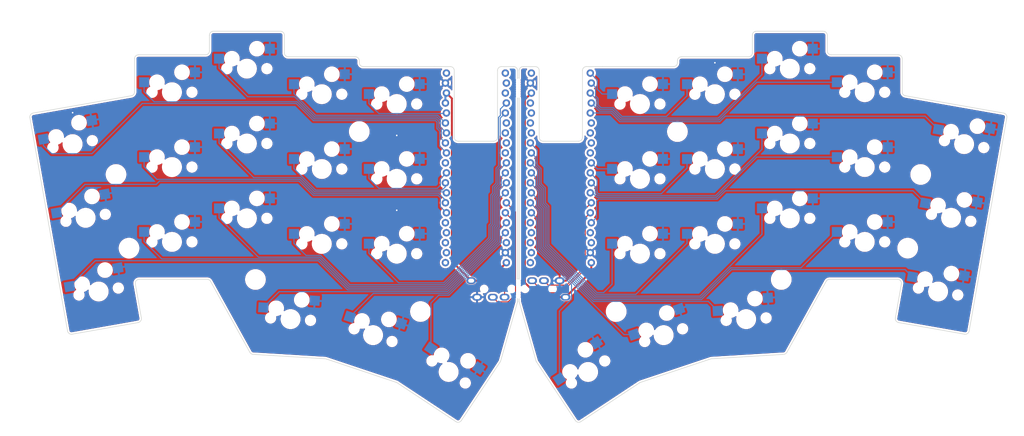
<source format=kicad_pcb>
(kicad_pcb (version 20211014) (generator pcbnew)
  (layers (0 "F.Cu" signal) (31 "B.Cu" signal) (34 "B.Paste" user) (35 "F.Paste" user) (36 "B.SilkS" user "B.Silkscreen") (37 "F.SilkS" user "F.Silkscreen") (38 "B.Mask" user) (39 "F.Mask" user) (44 "Edge.Cuts" user))
  (net 0 "")
  (net 1 "/k0_0")
  (net 2 "GND")
  (net 3 "/k1_0")
  (net 4 "/k2_0")
  (net 5 "/k0_1")
  (net 6 "/k1_1")
  (net 7 "/k2_1")
  (net 8 "/k0_2")
  (net 9 "/k1_2")
  (net 10 "/k2_2")
  (net 11 "/k0_3")
  (net 12 "/k1_3")
  (net 13 "/k2_3")
  (net 14 "/k0_4")
  (net 15 "/k1_4")
  (net 16 "/k0_5")
  (net 17 "/k1_5")
  (net 18 "/k2_5")
  (net 19 "/k0_6")
  (net 20 "/k1_6")
  (net 21 "/k2_6")
  (net 22 "/k0_7")
  (net 23 "/k1_7")
  (net 24 "/k2_7")
  (net 25 "/k0_8")
  (net 26 "/k1_8")
  (net 27 "/k2_8")
  (net 28 "/k0_9")
  (net 29 "/k1_9")
  (net 30 "/k2_9")
  (net 62 "/k3_0")
  (net 63 "/k3_1")
  (net 64 "/k3_2")
  (net 65 "/k3_3")
  (net 66 "/k3_4")
  (net 67 "/k3_5")
  (net 68 "TX_l")
  (net 69 "RX_l")
  (net 70 "+3V3")
  (net 71 "TX_r")
  (net 72 "RX_r")
  (net 73 "/k2_4")
  (footprint "tenax:CherryMX_Hotswap" (layer "F.Cu") (at 82.548998 79.629002)
    (fp_text reference "SW8" hide)
    (fp_text value "SW_SPST" hide)
  )
  (footprint "tenax:CherryMX_Hotswap" (layer "F.Cu") (at 201.548999 67.079001)
    (fp_text reference "SW23" hide)
    (fp_text value "SW_SPST" hide)
  )
  (footprint "tenax:M2_HOLE_v2" (layer "F.Cu") (at 253.879898 87.5157)
    (fp_text reference "H6" hide)
    (fp_text value "MountingHole" hide)
  )
  (footprint "tenax:CherryMX_Hotswap" (layer "F.Cu") (at 220.598999 60.579002)
    (fp_text reference "SW27" hide)
    (fp_text value "SW_SPST" hide)
  )
  (footprint "tenax:M2_HOLE_v2" (layer "F.Cu") (at 126.686109 122.411002)
    (fp_text reference "H7" hide)
    (fp_text value "MountingHole" hide)
  )
  (footprint "tenax:CherryMX_Hotswap" (layer "F.Cu") (at 261.606206 98.550007 -10)
    (fp_text reference "SW35" hide)
    (fp_text value "SW_SPST" hide)
  )
  (footprint "tenax:M2_HOLE_v2" (layer "F.Cu") (at 111.124 76.604001)
    (fp_text reference "H11" hide)
    (fp_text value "MountingHole" hide)
  )
  (footprint "tenax:MJ-4PP-9_1side" (layer "F.Cu") (at 151.373997 116.654002 -90)
    (fp_text reference "J1")
    (fp_text value "AudioJack4" hide)
  )
  (footprint "tenax:Breakaway_Tabs" (layer "F.Cu") (at 151.574 116.654001 90)
    (fp_text reference "H2")
    (fp_text value "Breakaway Tabs")
  )
  (footprint "tenax:CherryMX_Hotswap" (layer "F.Cu") (at 63.498999 104.679)
    (fp_text reference "SW6" hide)
    (fp_text value "SW_SPST" hide)
  )
  (footprint "tenax:CherryMX_Hotswap" (layer "F.Cu") (at 220.598998 98.679001)
    (fp_text reference "SW29" hide)
    (fp_text value "SW_SPST" hide)
  )
  (footprint "tenax:M2_HOLE_v2" (layer "F.Cu") (at 176.461888 122.411)
    (fp_text reference "H10" hide)
    (fp_text value "MountingHole" hide)
  )
  (footprint "tenax:M2_HOLE_v2" (layer "F.Cu") (at 52.576099 106.2763)
    (fp_text reference "H12" hide)
    (fp_text value "MountingHole" hide)
  )
  (footprint "tenax:CherryMX_Hotswap" (layer "F.Cu") (at 120.649 107.679001)
    (fp_text reference "SW17" hide)
    (fp_text value "SW_SPST" hide)
  )
  (footprint "tenax:CherryMX_Hotswap" (layer "F.Cu") (at 82.548998 60.579001)
    (fp_text reference "SW7" hide)
    (fp_text value "SW_SPST" hide)
  )
  (footprint "tenax:CherryMX_Hotswap" (layer "F.Cu") (at 101.598999 105.179002)
    (fp_text reference "SW13" hide)
    (fp_text value "SW_SPST" hide)
  )
  (footprint "tenax:CherryMX_Hotswap" (layer "F.Cu") (at 258.298204 117.310609 -10)
    (fp_text reference "SW36" hide)
    (fp_text value "SW_SPST" hide)
  )
  (footprint "tenax:CherryMX_Hotswap" (layer "F.Cu") (at 120.648999 88.628999)
    (fp_text reference "SW16" hide)
    (fp_text value "SW_SPST" hide)
  )
  (footprint "tenax:CherryMX_Hotswap" (layer "F.Cu") (at 239.648999 104.679003)
    (fp_text reference "SW33" hide)
    (fp_text value "SW_SPST" hide)
  )
  (footprint "tenax:CherryMX_Hotswap" (layer "F.Cu") (at 264.914204 79.789409 -10)
    (fp_text reference "SW34" hide)
    (fp_text value "SW_SPST" hide)
  )
  (footprint "tenax:CherryMX_Hotswap" (layer "F.Cu") (at 44.849805 117.310607 10)
    (fp_text reference "SW3" hide)
    (fp_text value "SW_SPST" hide)
  )
  (footprint "tenax:CherryMX_Hotswap" (layer "F.Cu") (at 82.549 98.679002)
    (fp_text reference "SW9" hide)
    (fp_text value "SW_SPST" hide)
  )
  (footprint "tenax:CherryMX_Hotswap" (layer "F.Cu") (at 63.498999 66.579)
    (fp_text reference "SW4" hide)
    (fp_text value "SW_SPST" hide)
  )
  (footprint "tenax:CherryMX_Hotswap" (layer "F.Cu") (at 239.648998 66.579)
    (fp_text reference "SW31" hide)
    (fp_text value "SW_SPST" hide)
  )
  (footprint "tenax:CherryMX_Hotswap" (layer "F.Cu") (at 63.499 85.629002)
    (fp_text reference "SW5" hide)
    (fp_text value "SW_SPST" hide)
  )
  (footprint "tenax:CherryMX_Hotswap" (layer "F.Cu") (at 41.541805 98.550006 10)
    (fp_text reference "SW2" hide)
    (fp_text value "SW_SPST" hide)
  )
  (footprint "tenax:CherryMX_Hotswap" (layer "F.Cu") (at 182.498998 88.629)
    (fp_text reference "SW20" hide)
    (fp_text value "SW_SPST" hide)
  )
  (footprint "tenax:Breakaway_Tabs" (layer "F.Cu") (at 151.573999 65.554001 90)
    (fp_text reference "H1")
    (fp_text value "Breakaway Tabs")
  )
  (footprint "tenax:CherryMX_Hotswap" (layer "F.Cu") (at 93.650178 124.343199 -3.5)
    (fp_text reference "SW10" hide)
    (fp_text value "SW_SPST" hide)
  )
  (footprint "tenax:M2_HOLE_v2" (layer "F.Cu") (at 218.423598 114.254481)
    (fp_text reference "H5" hide)
    (fp_text value "MountingHole" hide)
  )
  (footprint "tenax:CherryMX_Hotswap" (layer "F.Cu") (at 169.306537 137.791064 33.5)
    (fp_text reference "SW22" hide)
    (fp_text value "SW_SPST" hide)
  )
  (footprint "tenax:CherryMX_Hotswap" (layer "F.Cu") (at 209.497851 124.343203 3.5)
    (fp_text reference "SW30" hide)
    (fp_text value "SW_SPST" hide)
  )
  (footprint "tenax:CherryMX_Hotswap" (layer "F.Cu") (at 38.233806 79.789407 10)
    (fp_text reference "SW1" hide)
    (fp_text value "SW_SPST" hide)
  )
  (footprint "tenax:CherryMX_Hotswap" (layer "F.Cu") (at 201.549001 86.129)
    (fp_text reference "SW24" hide)
    (fp_text value "SW_SPST" hide)
  )
  (footprint "tenax:CherryMX_Hotswap" (layer "F.Cu") (at 239.648999 85.629001)
    (fp_text reference "SW32" hide)
    (fp_text value "SW_SPST" hide)
  )
  (footprint "tenax:CherryMX_Hotswap" (layer "F.Cu") (at 201.548999 105.179002)
    (fp_text reference "SW25" hide)
    (fp_text value "SW_SPST" hide)
  )
  (footprint "tenax:M2_HOLE_v2" (layer "F.Cu") (at 192.024 76.604001)
    (fp_text reference "H9" hide)
    (fp_text value "MountingHole" hide)
  )
  (footprint "tenax:CherryMX_Hotswap" (layer "F.Cu") (at 120.648999 69.579002)
    (fp_text reference "SW15" hide)
    (fp_text value "SW_SPST" hide)
  )
  (footprint "tenax:M2_HOLE_v2" (layer "F.Cu") (at 250.571899 106.276302)
    (fp_text reference "H4" hide)
    (fp_text value "MountingHole" hide)
  )
  (footprint "tenax:MJ-4PP-9_1side" (layer "F.Cu") (at 151.773998 116.654 90)
    (fp_text reference "J2")
    (fp_text value "AudioJack4" hide)
  )
  (footprint "tenax:CherryMX_Hotswap" (layer "F.Cu") (at 220.598999 79.629003)
    (fp_text reference "SW28" hide)
    (fp_text value "SW_SPST" hide)
  )
  (footprint "tenax:M2_HOLE_v2" (layer "F.Cu") (at 49.2681 87.515702)
    (fp_text reference "H3" hide)
    (fp_text value "MountingHole" hide)
  )
  (footprint "tenax:CherryMX_Hotswap" (layer "F.Cu") (at 182.498999 69.579002)
    (fp_text reference "SW19" hide)
    (fp_text value "SW_SPST" hide)
  )
  (footprint "tenax:CherryMX_Hotswap" (layer "F.Cu") (at 101.598999 86.129002)
    (fp_text reference "SW12" hide)
    (fp_text value "SW_SPST" hide)
  )
  (footprint "tenax:CherryMX_Hotswap" (layer "F.Cu") (at 188.517041 128.421469 18.5)
    (fp_text reference "SW26" hide)
    (fp_text value "SW_SPST" hide)
  )
  (footprint "tenax:CherryMX_Hotswap" (layer "F.Cu") (at 114.631 128.421457 -18.5)
    (fp_text reference "SW14" hide)
    (fp_text value "SW_SPST" hide)
  )
  (footprint "tenax:M2_HOLE_v2" (layer "F.Cu") (at 84.724398 114.25448)
    (fp_text reference "H8" hide)
    (fp_text value "MountingHole" hide)
  )
  (footprint "tenax:CherryMX_Hotswap" (layer "F.Cu") (at 182.498999 107.679002)
    (fp_text reference "SW21" hide)
    (fp_text value "SW_SPST" hide)
  )
  (footprint "tenax:CherryMX_Hotswap" (layer "F.Cu") (at 101.599 67.079)
    (fp_text reference "SW11" hide)
    (fp_text value "SW_SPST" hide)
  )
  (footprint "tenax:CherryMX_Hotswap" (layer "F.Cu") (at 133.841437 137.791064 -33.5)
    (fp_text reference "SW18" hide)
    (fp_text value "SW_SPST" hide)
  )
  (footprint "tenax:BlackPill_STLINK" (layer "B.Cu") (at 140.774001 86.804002 180)
    (fp_text reference "U1")
    (fp_text value "YAAJ_WeAct_BlackPill_Part_Like")
  )
  (footprint "tenax:BlackPill_STLINK" (layer "B.Cu") (at 162.373997 86.804001 180)
    (fp_text reference "U2")
    (fp_text value "YAAJ_WeAct_BlackPill_Part_Like")
  )
  (gr_line (start 27.3732 73.047902) (end 36.949898 127.360102) (layer "Edge.Cuts") (width 0.15))
  (gr_arc (start 155.874 60.054001) (mid 156.581107 60.346895) (end 156.873998 61.054002) (layer "Edge.Cuts") (width 0.15))
  (gr_line (start 151.373998 61.054002) (end 151.373998 63.054002) (layer "Edge.Cuts") (width 0.15))
  (gr_line (start 192.023999 59.054001) (end 192.023999 58.554002) (layer "Edge.Cuts") (width 0.15))
  (gr_line (start 151.374 114.154001) (end 151.574 114.154001) (layer "Edge.Cuts") (width 0.15))
  (gr_line (start 92.073999 52.054002) (end 92.074 56.554003) (layer "Edge.Cuts") (width 0.15))
  (gr_line (start 151.573998 63.054001) (end 151.773999 63.054002) (layer "Edge.Cuts") (width 0.15))
  (gr_arc (start 72.434099 114.204003) (mid 72.942164 114.342684) (end 73.309312 114.720261) (layer "Edge.Cuts") (width 0.15))
  (gr_line (start 120.751242 140.549201) (end 135.693099 150.439) (layer "Edge.Cuts") (width 0.15))
  (gr_line (start 156.192699 135.235603) (end 166.069099 150.157101) (layer "Edge.Cuts") (width 0.15))
  (gr_line (start 151.373998 63.054002) (end 151.573998 63.054001) (layer "Edge.Cuts") (width 0.15))
  (gr_line (start 231.124 57.054001) (end 248.173999 57.054002) (layer "Edge.Cuts") (width 0.15))
  (gr_arc (start 120.516608 140.434777) (mid 120.637673 140.484306) (end 120.751238 140.549213) (layer "Edge.Cuts") (width 0.15))
  (gr_line (start 54.180899 115.37765) (end 55.710498 124.052103) (layer "Edge.Cuts") (width 0.15))
  (gr_arc (start 102.444448 134.423866) (mid 102.574207 134.440374) (end 102.700702 134.473676) (layer "Edge.Cuts") (width 0.15))
  (gr_line (start 135.274 61.054002) (end 135.273999 78.054001) (layer "Edge.Cuts") (width 0.15))
  (gr_line (start 230.123999 56.054001) (end 230.124 52.054001) (layer "Edge.Cuts") (width 0.15))
  (gr_arc (start 137.078886 150.157139) (mid 136.444367 150.585125) (end 135.693062 150.439087) (layer "Edge.Cuts") (width 0.15))
  (gr_line (start 120.516608 140.4348) (end 102.700699 134.473701) (layer "Edge.Cuts") (width 0.15))
  (gr_arc (start 147.083095 134.957719) (mid 147.029873 135.101543) (end 146.955286 135.235539) (layer "Edge.Cuts") (width 0.15))
  (gr_line (start 151.573999 119.154001) (end 151.374002 119.154002) (layer "Edge.Cuts") (width 0.15))
  (gr_arc (start 151.812302 120.03812) (mid 151.78362 119.902392) (end 151.773998 119.764001) (layer "Edge.Cuts") (width 0.15))
  (gr_arc (start 91.073999 51.054001) (mid 91.781107 51.346894) (end 92.073999 52.054002) (layer "Edge.Cuts") (width 0.15))
  (gr_line (start 166.874 79.054) (end 157.873999 79.054001) (layer "Edge.Cuts") (width 0.15))
  (gr_arc (start 247.9822 114.204002) (mid 248.748244 114.561215) (end 248.967005 115.37765) (layer "Edge.Cuts") (width 0.15))
  (gr_line (start 200.447298 134.473701) (end 182.63139 140.434801) (layer "Edge.Cuts") (width 0.15))
  (gr_line (start 151.773998 119.764001) (end 151.774 119.754002) (layer "Edge.Cuts") (width 0.15))
  (gr_line (start 102.444496 134.423901) (end 84.109799 133.302501) (layer "Edge.Cuts") (width 0.15))
  (gr_arc (start 112.123999 60.054001) (mid 111.416893 59.761107) (end 111.123999 59.054) (layer "Edge.Cuts") (width 0.15))
  (gr_line (start 74.023999 51.054002) (end 91.073999 51.054001) (layer "Edge.Cuts") (width 0.15))
  (gr_line (start 54.899298 125.210502) (end 38.108398 128.171202) (layer "Edge.Cuts") (width 0.15))
  (gr_line (start 191.024 60.054) (end 172.973999 60.054001) (layer "Edge.Cuts") (width 0.15))
  (gr_arc (start 84.109852 133.302537) (mid 83.636768 133.149804) (end 83.295689 132.788142) (layer "Edge.Cuts") (width 0.15))
  (gr_arc (start 110.123999 57.554002) (mid 110.831105 57.846895) (end 111.123998 58.554002) (layer "Edge.Cuts") (width 0.15))
  (gr_arc (start 136.274 79.054001) (mid 135.566893 78.761108) (end 135.273999 78.054001) (layer "Edge.Cuts") (width 0.15))
  (gr_arc (start 192.023999 59.054001) (mid 191.731106 59.761107) (end 191.024 60.054) (layer "Edge.Cuts") (width 0.15))
  (gr_line (start 151.373999 119.754002) (end 151.374002 119.154002) (layer "Edge.Cuts") (width 0.15))
  (gr_line (start 150.373999 60.054) (end 147.273999 60.054) (layer "Edge.Cuts") (width 0.15))
  (gr_line (start 54.974 57.054001) (end 72.023998 57.054002) (layer "Edge.Cuts") (width 0.15))
  (gr_arc (start 167.454935 150.439087) (mid 166.703632 150.585125) (end 166.069114 150.157139) (layer "Edge.Cuts") (width 0.15))
  (gr_arc (start 93.073998 57.554001) (mid 92.366892 57.261108) (end 92.074 56.554003) (layer "Edge.Cuts") (width 0.15))
  (gr_arc (start 200.447294 134.473676) (mid 200.573791 134.440376) (end 200.703551 134.423865) (layer "Edge.Cuts") (width 0.15))
  (gr_line (start 193.023999 57.554001) (end 210.073997 57.554001) (layer "Edge.Cuts") (width 0.15))
  (gr_arc (start 167.873999 61.054003) (mid 168.166892 60.346895) (end 168.873999 60.054) (layer "Edge.Cuts") (width 0.15))
  (gr_line (start 151.773999 68.054001) (end 151.774 114.154002) (layer "Edge.Cuts") (width 0.15))
  (gr_arc (start 229.838689 114.720261) (mid 230.205836 114.342683) (end 230.7139 114.204001) (layer "Edge.Cuts") (width 0.15))
  (gr_arc (start 73.023999 52.054001) (mid 73.316891 51.346892) (end 74.023999 51.054002) (layer "Edge.Cuts") (width 0.15))
  (gr_line (start 156.873999 78.054) (end 156.873998 61.054002) (layer "Edge.Cuts") (width 0.15))
  (gr_line (start 219.038198 133.302502) (end 200.703497 134.423901) (layer "Edge.Cuts") (width 0.15))
  (gr_line (start 130.173997 60.054002) (end 134.274 60.054002) (layer "Edge.Cuts") (width 0.15))
  (gr_line (start 151.773999 68.054001) (end 151.573999 68.054002) (layer "Edge.Cuts") (width 0.15))
  (gr_line (start 167.874 78.054001) (end 167.873999 61.054003) (layer "Edge.Cuts") (width 0.15))
  (gr_arc (start 53.973999 58.054001) (mid 54.266893 57.346894) (end 54.974 57.054001) (layer "Edge.Cuts") (width 0.15))
  (gr_arc (start 248.173999 57.054002) (mid 248.881104 57.346895) (end 249.173998 58.054) (layer "Edge.Cuts") (width 0.15))
  (gr_line (start 247.437501 124.052101) (end 248.967099 115.377651) (layer "Edge.Cuts") (width 0.15))
  (gr_arc (start 27.373191 73.047949) (mid 27.538848 72.300726) (end 28.184351 71.889494) (layer "Edge.Cuts") (width 0.15))
  (gr_line (start 151.773999 119.153999) (end 151.573999 119.154001) (layer "Edge.Cuts") (width 0.15))
  (gr_line (start 211.074 56.554003) (end 211.074 52.053999) (layer "Edge.Cuts") (width 0.15))
  (gr_line (start 151.373999 119.754002) (end 151.373999 119.764002) (layer "Edge.Cuts") (width 0.15))
  (gr_line (start 212.073999 51.054002) (end 229.123999 51.054) (layer "Edge.Cuts") (width 0.15))
  (gr_line (start 249.173999 66.503001) (end 249.173998 58.054) (layer "Edge.Cuts") (width 0.15))
  (gr_arc (start 151.773998 61.054) (mid 152.066892 60.346893) (end 152.773999 60.054001) (layer "Edge.Cuts") (width 0.15))
  (gr_arc (start 54.180991 115.377649) (mid 54.399755 114.561212) (end 55.1658 114.204001) (layer "Edge.Cuts") (width 0.15))
  (gr_line (start 146.273998 61.054001) (end 146.273999 78.054001) (layer "Edge.Cuts") (width 0.15))
  (gr_arc (start 250.000352 67.487808) (mid 249.407956 67.145788) (end 249.173999 66.503001) (layer "Edge.Cuts") (width 0.15))
  (gr_arc (start 231.124 57.054001) (mid 230.416894 56.761107) (end 230.123999 56.054001) (layer "Edge.Cuts") (width 0.15))
  (gr_arc (start 38.108347 128.17121) (mid 37.361121 128.005554) (end 36.949892 127.360049) (layer "Edge.Cuts") (width 0.15))
  (gr_arc (start 146.273998 61.054001) (mid 146.566891 60.346892) (end 147.273999 60.054) (layer "Edge.Cuts") (width 0.15))
  (gr_arc (start 229.123999 51.054) (mid 229.831107 51.346893) (end 230.124 52.054001) (layer "Edge.Cuts") (width 0.15))
  (gr_line (start 53.973999 58.054001) (end 53.973999 66.503002) (layer "Edge.Cuts") (width 0.15))
  (gr_line (start 167.454898 150.439002) (end 182.396757 140.549202) (layer "Edge.Cuts") (width 0.15))
  (gr_line (start 130.173997 60.054002) (end 112.123999 60.054001) (layer "Edge.Cuts") (width 0.15))
  (gr_line (start 151.573999 68.054002) (end 151.373998 68.054002) (layer "Edge.Cuts") (width 0.15))
  (gr_arc (start 151.373999 119.764002) (mid 151.364377 119.902393) (end 151.335695 120.03812) (layer "Edge.Cuts") (width 0.15))
  (gr_arc (start 156.192713 135.235538) (mid 156.118125 135.101544) (end 156.064903 134.95772) (layer "Edge.Cuts") (width 0.15))
  (gr_line (start 28.184398 71.889502) (end 53.1476 67.4878) (layer "Edge.Cuts") (width 0.15))
  (gr_arc (start 53.973999 66.503002) (mid 53.740044 67.145788) (end 53.14765 67.48781) (layer "Edge.Cuts") (width 0.15))
  (gr_arc (start 157.873999 79.054001) (mid 157.166892 78.761107) (end 156.873999 78.054) (layer "Edge.Cuts") (width 0.15))
  (gr_arc (start 266.198108 127.36005) (mid 265.786877 128.005554) (end 265.039652 128.171209) (layer "Edge.Cuts") (width 0.15))
  (gr_arc (start 211.074 56.554003) (mid 210.781105 57.261109) (end 210.073997 57.554001) (layer "Edge.Cuts") (width 0.15))
  (gr_line (start 250.000398 67.487801) (end 274.963598 71.889501) (layer "Edge.Cuts") (width 0.15))
  (gr_line (start 247.9822 114.204002) (end 230.7139 114.204001) (layer "Edge.Cuts") (width 0.15))
  (gr_arc (start 274.963647 71.889493) (mid 275.609151 72.300724) (end 275.774808 73.047949) (layer "Edge.Cuts") (width 0.15))
  (gr_arc (start 55.710506 124.052053) (mid 55.544851 124.799277) (end 54.899349 125.21051) (layer "Edge.Cuts") (width 0.15))
  (gr_arc (start 211.074 52.053999) (mid 211.366893 51.346893) (end 212.073999 51.054002) (layer "Edge.Cuts") (width 0.15))
  (gr_arc (start 146.273999 78.054001) (mid 145.981106 78.761108) (end 145.273999 79.053999) (layer "Edge.Cuts") (width 0.15))
  (gr_line (start 265.039598 128.171201) (end 248.248699 125.2105) (layer "Edge.Cuts") (width 0.15))
  (gr_line (start 151.773999 119.153999) (end 151.774 119.754002) (layer "Edge.Cuts") (width 0.15))
  (gr_line (start 137.078897 150.157101) (end 146.9553 135.235601) (layer "Edge.Cuts") (width 0.15))
  (gr_line (start 266.1981 127.360102) (end 275.774799 73.047901) (layer "Edge.Cuts") (width 0.15))
  (gr_line (start 156.0649 134.957801) (end 151.812298 120.038101) (layer "Edge.Cuts") (width 0.15))
  (gr_arc (start 248.248651 125.210508) (mid 247.603147 124.799277) (end 247.43749 124.052052) (layer "Edge.Cuts") (width 0.15))
  (gr_line (start 151.574 114.154001) (end 151.774 114.154002) (layer "Edge.Cuts") (width 0.15))
  (gr_arc (start 134.274 60.054002) (mid 134.981104 60.346896) (end 135.274 61.054002) (layer "Edge.Cuts") (width 0.15))
  (gr_arc (start 219.852309 132.788144) (mid 219.511229 133.149803) (end 219.038148 133.302535) (layer "Edge.Cuts") (width 0.15))
  (gr_line (start 73.023999 52.054001) (end 73.024 56.054001) (layer "Edge.Cuts") (width 0.15))
  (gr_line (start 111.123998 58.554002) (end 111.123999 59.054) (layer "Edge.Cuts") (width 0.15))
  (gr_arc (start 150.373999 60.054) (mid 151.081108 60.346893) (end 151.373998 61.054002) (layer "Edge.Cuts") (width 0.15))
  (gr_line (start 72.434099 114.204003) (end 55.1658 114.204001) (layer "Edge.Cuts") (width 0.15))
  (gr_line (start 151.335699 120.0381) (end 147.0831 134.957803) (layer "Edge.Cuts") (width 0.15))
  (gr_arc (start 167.874 78.054001) (mid 167.581107 78.761108) (end 166.874 79.054) (layer "Edge.Cuts") (width 0.15))
  (gr_line (start 168.873999 60.054) (end 172.973999 60.054001) (layer "Edge.Cuts") (width 0.15))
  (gr_line (start 219.852299 132.788102) (end 229.8387 114.720262) (layer "Edge.Cuts") (width 0.15))
  (gr_line (start 145.273999 79.053999) (end 136.274 79.054001) (layer "Edge.Cuts") (width 0.15))
  (gr_line (start 151.374 114.154001) (end 151.373998 68.054002) (layer "Edge.Cuts") (width 0.15))
  (gr_line (start 73.309298 114.72026) (end 83.295699 132.7881) (layer "Edge.Cuts") (width 0.15))
  (gr_arc (start 192.023999 58.554002) (mid 192.316892 57.846894) (end 193.023999 57.554001) (layer "Edge.Cuts") (width 0.15))
  (gr_line (start 93.073998 57.554001) (end 110.123999 57.554002) (layer "Edge.Cuts") (width 0.15))
  (gr_line (start 155.874 60.054001) (end 152.773999 60.054001) (layer "Edge.Cuts") (width 0.15))
  (gr_line (start 151.773999 63.054002) (end 151.773998 61.054) (layer "Edge.Cuts") (width 0.15))
  (gr_arc (start 73.024 56.054001) (mid 72.731107 56.761109) (end 72.023998 57.054002) (layer "Edge.Cuts") (width 0.15))
  (gr_arc (start 182.396758 140.549215) (mid 182.510323 140.484307) (end 182.63139 140.434778) (layer "Edge.Cuts") (width 0.15))
  (segment (start 130.863649 75.798085) (end 131.56717 76.501606) (width 0.25) (layer "B.Cu") (net 1))
  (segment (start 99.461294 73.801603) (end 130.517448 73.801603) (width 0.25) (layer "B.Cu") (net 1))
  (segment (start 55.921959 69.453041) (end 95.11273 69.453041) (width 0.25) (layer "B.Cu") (net 1))
  (segment (start 131.56717 80.310171) (end 133.281001 82.024002) (width 0.25) (layer "B.Cu") (net 1))
  (segment (start 43.161072 82.213928) (end 55.921959 69.453041) (width 0.25) (layer "B.Cu") (net 1))
  (segment (start 95.11273 69.453041) (end 99.461294 73.801603) (width 0.25) (layer "B.Cu") (net 1))
  (segment (start 131.56717 76.501606) (end 131.56717 80.310171) (width 0.25) (layer "B.Cu") (net 1))
  (segment (start 130.863649 74.147804) (end 130.863649 75.798085) (width 0.25) (layer "B.Cu") (net 1))
  (segment (start 30.815377 80.129091) (end 32.900214 82.213928) (width 0.25) (layer "B.Cu") (net 1))
  (segment (start 30.815377 78.518293) (end 30.815377 80.129091) (width 0.25) (layer "B.Cu") (net 1))
  (segment (start 130.517448 73.801603) (end 130.863649 74.147804) (width 0.25) (layer "B.Cu") (net 1))
  (segment (start 32.900214 82.213928) (end 43.161072 82.213928) (width 0.25) (layer "B.Cu") (net 1))
  (via (at 201.548999 59.079001) (size 0.8) (drill 0.4) (layers "F.Cu" "B.Cu") (net 2))
  (via (at 38.233806 71.789407) (size 0.8) (drill 0.4) (layers "F.Cu" "B.Cu") (net 2))
  (via (at 120.648999 96.628999) (size 0.8) (drill 0.4) (layers "F.Cu" "B.Cu") (net 2))
  (via (at 120.648999 77.579002) (size 0.8) (drill 0.4) (layers "F.Cu" "B.Cu") (net 2))
  (segment (start 131.190882 92.8516) (end 131.76269 93.423408) (width 0.25) (layer "B.Cu") (net 3))
  (segment (start 95.808727 89.19904) (end 99.461287 92.8516) (width 0.25) (layer "B.Cu") (net 3))
  (segment (start 60.32596 89.19904) (end 95.808727 89.19904) (width 0.25) (layer "B.Cu") (net 3))
  (segment (start 34.123376 97.278892) (end 34.128949 97.278892) (width 0.25) (layer "B.Cu") (net 3))
  (segment (start 59.484777 90.040223) (end 60.32596 89.19904) (width 0.25) (layer "B.Cu") (net 3))
  (segment (start 131.76269 95.745691) (end 133.281001 97.264002) (width 0.25) (layer "B.Cu") (net 3))
  (segment (start 131.76269 93.423408) (end 131.76269 95.745691) (width 0.25) (layer "B.Cu") (net 3))
  (segment (start 34.128949 97.278892) (end 41.367618 90.040223) (width 0.25) (layer "B.Cu") (net 3))
  (segment (start 99.461287 92.8516) (end 131.190882 92.8516) (width 0.25) (layer "B.Cu") (net 3))
  (segment (start 41.367618 90.040223) (end 59.484777 90.040223) (width 0.25) (layer "B.Cu") (net 3))
  (segment (start 145.90813 101.145437) (end 146.36248 100.691087) (width 0.25) (layer "B.Cu") (net 4))
  (segment (start 133.332054 116.89848) (end 145.90813 104.322404) (width 0.25) (layer "B.Cu") (net 4))
  (segment (start 108.134762 116.89848) (end 133.332054 116.89848) (width 0.25) (layer "B.Cu") (net 4))
  (segment (start 145.90813 104.322404) (end 145.90813 101.145437) (width 0.25) (layer "B.Cu") (net 4))
  (segment (start 146.36248 100.691087) (end 146.36248 93.452805) (width 0.25) (layer "B.Cu") (net 4))
  (segment (start 37.431376 116.039493) (end 43.996869 109.474) (width 0.25) (layer "B.Cu") (net 4))
  (segment (start 146.36248 93.452805) (end 146.812 93.003285) (width 0.25) (layer "B.Cu") (net 4))
  (segment (start 146.812 91.353003) (end 148.521001 89.644002) (width 0.25) (layer "B.Cu") (net 4))
  (segment (start 146.812 93.003285) (end 146.812 91.353003) (width 0.25) (layer "B.Cu") (net 4))
  (segment (start 100.710282 109.474) (end 108.134762 116.89848) (width 0.25) (layer "B.Cu") (net 4))
  (segment (start 43.996869 109.474) (end 100.710282 109.474) (width 0.25) (layer "B.Cu") (net 4))
  (segment (start 56.413999 64.039) (end 56.413999 66.447157) (width 0.25) (layer "B.Cu") (net 5))
  (segment (start 95.298928 69.003521) (end 99.647491 73.352083) (width 0.25) (layer "B.Cu") (net 5))
  (segment (start 99.647491 73.352083) (end 130.703646 73.352083) (width 0.25) (layer "B.Cu") (net 5))
  (segment (start 132.01669 76.315408) (end 132.01669 78.473691) (width 0.25) (layer "B.Cu") (net 5))
  (segment (start 131.313169 75.611887) (end 132.01669 76.315408) (width 0.25) (layer "B.Cu") (net 5))
  (segment (start 131.313169 73.961606) (end 131.313169 75.611887) (width 0.25) (layer "B.Cu") (net 5))
  (segment (start 56.413999 66.447157) (end 58.970363 69.003521) (width 0.25) (layer "B.Cu") (net 5))
  (segment (start 130.703646 73.352083) (end 131.313169 73.961606) (width 0.25) (layer "B.Cu") (net 5))
  (segment (start 58.970363 69.003521) (end 95.298928 69.003521) (width 0.25) (layer "B.Cu") (net 5))
  (segment (start 132.01669 78.473691) (end 133.027001 79.484002) (width 0.25) (layer "B.Cu") (net 5))
  (segment (start 133.027001 94.052001) (end 133.027001 94.724002) (width 0.25) (layer "B.Cu") (net 6))
  (segment (start 59.666361 88.74952) (end 95.994925 88.74952) (width 0.25) (layer "B.Cu") (net 6))
  (segment (start 56.414 85.497159) (end 59.666361 88.74952) (width 0.25) (layer "B.Cu") (net 6))
  (segment (start 56.414 83.089002) (end 56.414 85.497159) (width 0.25) (layer "B.Cu") (net 6))
  (segment (start 131.37708 92.40208) (end 133.027001 94.052001) (width 0.25) (layer "B.Cu") (net 6))
  (segment (start 99.647485 92.40208) (end 131.37708 92.40208) (width 0.25) (layer "B.Cu") (net 6))
  (segment (start 95.994925 88.74952) (end 99.647485 92.40208) (width 0.25) (layer "B.Cu") (net 6))
  (segment (start 60.891322 109.02448) (end 100.89648 109.02448) (width 0.25) (layer "B.Cu") (net 7))
  (segment (start 147.25669 88.114313) (end 148.267001 87.104002) (width 0.25) (layer "B.Cu") (net 7))
  (segment (start 147.25669 90.272595) (end 147.25669 88.114313) (width 0.25) (layer "B.Cu") (net 7))
  (segment (start 100.89648 109.02448) (end 108.32096 116.44896) (width 0.25) (layer "B.Cu") (net 7))
  (segment (start 133.145856 116.44896) (end 145.45861 104.136206) (width 0.25) (layer "B.Cu") (net 7))
  (segment (start 145.45861 100.959239) (end 145.91296 100.504889) (width 0.25) (layer "B.Cu") (net 7))
  (segment (start 145.91296 100.504889) (end 145.91296 93.266607) (width 0.25) (layer "B.Cu") (net 7))
  (segment (start 145.45861 104.136206) (end 145.45861 100.959239) (width 0.25) (layer "B.Cu") (net 7))
  (segment (start 56.413999 102.139) (end 56.413999 104.547157) (width 0.25) (layer "B.Cu") (net 7))
  (segment (start 146.36248 92.817087) (end 146.36248 91.166805) (width 0.25) (layer "B.Cu") (net 7))
  (segment (start 145.91296 93.266607) (end 146.36248 92.817087) (width 0.25) (layer "B.Cu") (net 7))
  (segment (start 108.32096 116.44896) (end 133.145856 116.44896) (width 0.25) (layer "B.Cu") (net 7))
  (segment (start 56.413999 104.547157) (end 60.891322 109.02448) (width 0.25) (layer "B.Cu") (net 7))
  (segment (start 146.36248 91.166805) (end 147.25669 90.272595) (width 0.25) (layer "B.Cu") (net 7))
  (segment (start 94.665563 67.734438) (end 99.833688 72.902563) (width 0.25) (layer "B.Cu") (net 8))
  (segment (start 131.815139 73.827858) (end 131.76269 73.880306) (width 0.25) (layer "B.Cu") (net 8))
  (segment (start 131.76269 73.880306) (end 131.76269 75.425691) (width 0.25) (layer "B.Cu") (net 8))
  (segment (start 75.463998 60.447158) (end 82.751278 67.734438) (width 0.25) (layer "B.Cu") (net 8))
  (segment (start 75.463998 58.039001) (end 75.463998 60.447158) (width 0.25) (layer "B.Cu") (net 8))
  (segment (start 82.751278 67.734438) (end 94.665563 67.734438) (width 0.25) (layer "B.Cu") (net 8))
  (segment (start 99.833688 72.902563) (end 130.889844 72.902563) (width 0.25) (layer "B.Cu") (net 8))
  (segment (start 131.76269 75.425691) (end 133.281001 76.944002) (width 0.25) (layer "B.Cu") (net 8))
  (segment (start 130.889844 72.902563) (end 131.815139 73.827858) (width 0.25) (layer "B.Cu") (net 8))
  (segment (start 133.049559 91.95256) (end 133.281001 92.184002) (width 0.25) (layer "B.Cu") (net 9))
  (segment (start 99.833682 91.95256) (end 133.049559 91.95256) (width 0.25) (layer "B.Cu") (net 9))
  (segment (start 84.266839 88.3) (end 96.181122 88.3) (width 0.25) (layer "B.Cu") (net 9))
  (segment (start 75.463998 79.497159) (end 84.266839 88.3) (width 0.25) (layer "B.Cu") (net 9))
  (segment (start 96.181122 88.3) (end 99.833682 91.95256) (width 0.25) (layer "B.Cu") (net 9))
  (segment (start 75.463998 77.089002) (end 75.463998 79.497159) (width 0.25) (layer "B.Cu") (net 9))
  (segment (start 132.959658 115.99944) (end 145.00909 103.950008) (width 0.25) (layer "B.Cu") (net 10))
  (segment (start 101.082678 108.57496) (end 108.507158 115.99944) (width 0.25) (layer "B.Cu") (net 10))
  (segment (start 145.46344 100.318691) (end 145.46344 93.080409) (width 0.25) (layer "B.Cu") (net 10))
  (segment (start 108.507158 115.99944) (end 132.959658 115.99944) (width 0.25) (layer "B.Cu") (net 10))
  (segment (start 146.80717 86.277833) (end 148.521001 84.564002) (width 0.25) (layer "B.Cu") (net 10))
  (segment (start 145.46344 93.080409) (end 145.91296 92.630889) (width 0.25) (layer "B.Cu") (net 10))
  (segment (start 146.80717 90.086397) (end 146.80717 86.277833) (width 0.25) (layer "B.Cu") (net 10))
  (segment (start 145.91296 92.630889) (end 145.91296 90.980607) (width 0.25) (layer "B.Cu") (net 10))
  (segment (start 145.00909 100.773041) (end 145.46344 100.318691) (width 0.25) (layer "B.Cu") (net 10))
  (segment (start 75.464 98.547159) (end 85.491801 108.57496) (width 0.25) (layer "B.Cu") (net 10))
  (segment (start 85.491801 108.57496) (end 101.082678 108.57496) (width 0.25) (layer "B.Cu") (net 10))
  (segment (start 145.91296 90.980607) (end 146.80717 90.086397) (width 0.25) (layer "B.Cu") (net 10))
  (segment (start 145.00909 103.950008) (end 145.00909 100.773041) (width 0.25) (layer "B.Cu") (net 10))
  (segment (start 75.464 96.139002) (end 75.464 98.547159) (width 0.25) (layer "B.Cu") (net 10))
  (segment (start 133.027001 74.404002) (end 131.076042 72.453043) (width 0.25) (layer "B.Cu") (net 11))
  (segment (start 94.514 66.947157) (end 94.514 64.539) (width 0.25) (layer "B.Cu") (net 11))
  (segment (start 100.019886 72.453043) (end 94.514 66.947157) (width 0.25) (layer "B.Cu") (net 11))
  (segment (start 131.076042 72.453043) (end 100.019886 72.453043) (width 0.25) (layer "B.Cu") (net 11))
  (segment (start 100.01988 91.50304) (end 94.513999 85.997159) (width 0.25) (layer "B.Cu") (net 12))
  (segment (start 94.513999 85.997159) (end 94.513999 83.589002) (width 0.25) (layer "B.Cu") (net 12))
  (segment (start 133.027001 90.647999) (end 132.17196 91.50304) (width 0.25) (layer "B.Cu") (net 12))
  (segment (start 133.027001 89.644002) (end 133.027001 90.647999) (width 0.25) (layer "B.Cu") (net 12))
  (segment (start 132.17196 91.50304) (end 100.01988 91.50304) (width 0.25) (layer "B.Cu") (net 12))
  (segment (start 132.77346 115.54992) (end 144.55957 103.76381) (width 0.25) (layer "B.Cu") (net 13))
  (segment (start 145.01392 100.132493) (end 145.01392 92.894211) (width 0.25) (layer "B.Cu") (net 13))
  (segment (start 94.513999 105.047159) (end 97.59228 108.12544) (width 0.25) (layer "B.Cu") (net 13))
  (segment (start 101.268876 108.12544) (end 101.532198 108.388763) (width 0.25) (layer "B.Cu") (net 13))
  (segment (start 144.55957 100.586843) (end 145.01392 100.132493) (width 0.25) (layer "B.Cu") (net 13))
  (segment (start 144.55957 103.76381) (end 144.55957 100.586843) (width 0.25) (layer "B.Cu") (net 13))
  (segment (start 101.532198 108.388763) (end 108.693355 115.54992) (width 0.25) (layer "B.Cu") (net 13))
  (segment (start 94.513999 102.639002) (end 94.513999 105.047159) (width 0.25) (layer "B.Cu") (net 13))
  (segment (start 146.975 85.474285) (end 146.975 73.156003) (width 0.25) (layer "B.Cu") (net 13))
  (segment (start 145.01392 92.894211) (end 145.46344 92.444692) (width 0.25) (layer "B.Cu") (net 13))
  (segment (start 97.59228 108.12544) (end 101.268876 108.12544) (width 0.25) (layer "B.Cu") (net 13))
  (segment (start 146.975 73.156003) (end 148.267001 71.864002) (width 0.25) (layer "B.Cu") (net 13))
  (segment (start 146.35765 86.091635) (end 146.975 85.474285) (width 0.25) (layer "B.Cu") (net 13))
  (segment (start 108.693355 115.54992) (end 132.77346 115.54992) (width 0.25) (layer "B.Cu") (net 13))
  (segment (start 145.46344 92.444692) (end 145.46344 90.79441) (width 0.25) (layer "B.Cu") (net 13))
  (segment (start 145.46344 90.79441) (end 146.35765 89.900199) (width 0.25) (layer "B.Cu") (net 13))
  (segment (start 146.35765 89.900199) (end 146.35765 86.091635) (width 0.25) (layer "B.Cu") (net 13))
  (segment (start 113.563999 69.447159) (end 116.120363 72.003523) (width 0.25) (layer "B.Cu") (net 14))
  (segment (start 116.120363 72.003523) (end 133.14148 72.003523) (width 0.25) (layer "B.Cu") (net 14))
  (segment (start 133.14148 72.003523) (end 133.281001 71.864002) (width 0.25) (layer "B.Cu") (net 14))
  (segment (start 113.563999 67.039002) (end 113.563999 69.447159) (width 0.25) (layer "B.Cu") (net 14))
  (segment (start 116.120363 91.05352) (end 130.97148 91.05352) (width 0.25) (layer "B.Cu") (net 15))
  (segment (start 131.76269 90.26231) (end 131.76269 88.622313) (width 0.25) (layer "B.Cu") (net 15))
  (segment (start 130.97148 91.05352) (end 131.76269 90.26231) (width 0.25) (layer "B.Cu") (net 15))
  (segment (start 113.563999 88.497156) (end 116.120363 91.05352) (width 0.25) (layer "B.Cu") (net 15))
  (segment (start 113.563999 86.088999) (end 113.563999 88.497156) (width 0.25) (layer "B.Cu") (net 15))
  (segment (start 131.76269 88.622313) (end 133.281001 87.104002) (width 0.25) (layer "B.Cu") (net 15))
  (segment (start 171.62452 65.79952) (end 171.62452 63.461524) (width 0.25) (layer "B.Cu") (net 16))
  (segment (start 171.62452 63.461524) (end 169.866997 61.704001) (width 0.25) (layer "B.Cu") (net 16))
  (segment (start 172.864002 67.039002) (end 171.62452 65.79952) (width 0.25) (layer "B.Cu") (net 16))
  (segment (start 175.413999 67.039002) (end 172.864002 67.039002) (width 0.25) (layer "B.Cu") (net 16))
  (segment (start 171.645996 86.089) (end 170.120997 84.564001) (width 0.25) (layer "B.Cu") (net 17))
  (segment (start 175.413998 86.089) (end 171.645996 86.089) (width 0.25) (layer "B.Cu") (net 17))
  (segment (start 156.340828 81.197832) (end 154.626997 79.484001) (width 0.25) (layer "B.Cu") (net 18))
  (segment (start 159.32164 105.346614) (end 159.32164 95.604339) (width 0.25) (layer "B.Cu") (net 18))
  (segment (start 157.34856 86.014128) (end 156.340828 85.006396) (width 0.25) (layer "B.Cu") (net 18))
  (segment (start 157.34856 89.822695) (end 157.34856 86.014128) (width 0.25) (layer "B.Cu") (net 18))
  (segment (start 156.340828 85.006396) (end 156.340828 81.197832) (width 0.25) (layer "B.Cu") (net 18))
  (segment (start 159.32164 95.604339) (end 158.4476 94.730299) (width 0.25) (layer "B.Cu") (net 18))
  (segment (start 158.4476 94.730299) (end 158.4476 90.921735) (width 0.25) (layer "B.Cu") (net 18))
  (segment (start 158.4476 90.921735) (end 157.34856 89.822695) (width 0.25) (layer "B.Cu") (net 18))
  (segment (start 173.261797 117.588203) (end 171.563229 117.588203) (width 0.25) (layer "B.Cu") (net 18))
  (segment (start 171.563229 117.588203) (end 159.32164 105.346614) (width 0.25) (layer "B.Cu") (net 18))
  (segment (start 175.413999 115.436001) (end 173.261797 117.588203) (width 0.25) (layer "B.Cu") (net 18))
  (segment (start 175.413999 105.139002) (end 175.413999 115.436001) (width 0.25) (layer "B.Cu") (net 18))
  (segment (start 171.834828 69.766396) (end 172.583873 70.515441) (width 0.25) (layer "B.Cu") (net 19))
  (segment (start 170.120997 64.244001) (end 171.175 65.298004) (width 0.25) (layer "B.Cu") (net 19))
  (segment (start 172.583873 70.515441) (end 175.716418 70.515441) (width 0.25) (layer "B.Cu") (net 19))
  (segment (start 189.22356 72.72644) (end 194.463999 67.486001) (width 0.25) (layer "B.Cu") (net 19))
  (segment (start 171.834828 68.116115) (end 171.834828 69.766396) (width 0.25) (layer "B.Cu") (net 19))
  (segment (start 171.175 65.298004) (end 171.175 67.456286) (width 0.25) (layer "B.Cu") (net 19))
  (segment (start 175.716418 70.515441) (end 177.927417 72.72644) (width 0.25) (layer "B.Cu") (net 19))
  (segment (start 194.463999 67.486001) (end 194.463999 64.539001) (width 0.25) (layer "B.Cu") (net 19))
  (segment (start 171.175 67.456286) (end 171.834828 68.116115) (width 0.25) (layer "B.Cu") (net 19))
  (segment (start 177.927417 72.72644) (end 189.22356 72.72644) (width 0.25) (layer "B.Cu") (net 19))
  (segment (start 194.464001 85.885999) (end 187.92404 92.42596) (width 0.25) (layer "B.Cu") (net 20))
  (segment (start 187.92404 92.42596) (end 171.936678 92.42596) (width 0.25) (layer "B.Cu") (net 20))
  (segment (start 171.580828 92.07011) (end 171.580828 88.817832) (width 0.25) (layer "B.Cu") (net 20))
  (segment (start 194.464001 83.589) (end 194.464001 85.885999) (width 0.25) (layer "B.Cu") (net 20))
  (segment (start 171.580828 88.817832) (end 169.866997 87.104001) (width 0.25) (layer "B.Cu") (net 20))
  (segment (start 171.936678 92.42596) (end 171.580828 92.07011) (width 0.25) (layer "B.Cu") (net 20))
  (segment (start 194.463999 105.011001) (end 181.437277 118.037723) (width 0.25) (layer "B.Cu") (net 21))
  (segment (start 171.377031 118.037723) (end 158.87212 105.532812) (width 0.25) (layer "B.Cu") (net 21))
  (segment (start 157.99808 94.916497) (end 157.99808 91.107933) (width 0.25) (layer "B.Cu") (net 21))
  (segment (start 157.99808 91.107933) (end 156.89904 90.008893) (width 0.25) (layer "B.Cu") (net 21))
  (segment (start 181.437277 118.037723) (end 171.377031 118.037723) (width 0.25) (layer "B.Cu") (net 21))
  (segment (start 194.463999 102.639002) (end 194.463999 105.011001) (width 0.25) (layer "B.Cu") (net 21))
  (segment (start 155.891308 83.034312) (end 154.880997 82.024001) (width 0.25) (layer "B.Cu") (net 21))
  (segment (start 158.87212 95.790537) (end 157.99808 94.916497) (width 0.25) (layer "B.Cu") (net 21))
  (segment (start 158.87212 105.532812) (end 158.87212 95.790537) (width 0.25) (layer "B.Cu") (net 21))
  (segment (start 156.89904 86.200326) (end 155.891308 85.192594) (width 0.25) (layer "B.Cu") (net 21))
  (segment (start 156.89904 90.008893) (end 156.89904 86.200326) (width 0.25) (layer "B.Cu") (net 21))
  (segment (start 155.891308 85.192594) (end 155.891308 83.034312) (width 0.25) (layer "B.Cu") (net 21))
  (segment (start 175.53022 70.964961) (end 177.741219 73.17596) (width 0.25) (layer "B.Cu") (net 22))
  (segment (start 202.405197 73.17596) (end 213.513999 62.067158) (width 0.25) (layer "B.Cu") (net 22))
  (segment (start 171.385308 68.302312) (end 171.385308 69.952594) (width 0.25) (layer "B.Cu") (net 22))
  (segment (start 172.397675 70.964961) (end 175.53022 70.964961) (width 0.25) (layer "B.Cu") (net 22))
  (segment (start 213.513999 62.067158) (end 213.513999 58.039002) (width 0.25) (layer "B.Cu") (net 22))
  (segment (start 171.385308 69.952594) (end 172.397675 70.964961) (width 0.25) (layer "B.Cu") (net 22))
  (segment (start 169.866997 66.784001) (end 171.385308 68.302312) (width 0.25) (layer "B.Cu") (net 22))
  (segment (start 177.741219 73.17596) (end 202.405197 73.17596) (width 0.25) (layer "B.Cu") (net 22))
  (segment (start 201.755678 92.87548) (end 213.513999 81.117159) (width 0.25) (layer "B.Cu") (net 23))
  (segment (start 171.131308 90.654312) (end 171.131308 92.256308) (width 0.25) (layer "B.Cu") (net 23))
  (segment (start 213.513999 81.117159) (end 213.513999 77.089003) (width 0.25) (layer "B.Cu") (net 23))
  (segment (start 171.75048 92.87548) (end 201.755678 92.87548) (width 0.25) (layer "B.Cu") (net 23))
  (segment (start 171.131308 92.256308) (end 171.75048 92.87548) (width 0.25) (layer "B.Cu") (net 23))
  (segment (start 170.120997 89.644001) (end 171.131308 90.654312) (width 0.25) (layer "B.Cu") (net 23))
  (segment (start 158.4226 95.976734) (end 157.54856 95.102693) (width 0.25) (layer "B.Cu") (net 24))
  (segment (start 213.513998 102.725851) (end 197.752606 118.487243) (width 0.25) (layer "B.Cu") (net 24))
  (segment (start 157.54856 91.29413) (end 156.44952 90.195089) (width 0.25) (layer "B.Cu") (net 24))
  (segment (start 171.190833 118.487243) (end 158.4226 105.71901) (width 0.25) (layer "B.Cu") (net 24))
  (segment (start 157.54856 95.102693) (end 157.54856 91.29413) (width 0.25) (layer "B.Cu") (net 24))
  (segment (start 156.44952 90.195089) (end 156.44952 86.386524) (width 0.25) (layer "B.Cu") (net 24))
  (segment (start 158.4226 105.71901) (end 158.4226 95.976734) (width 0.25) (layer "B.Cu") (net 24))
  (segment (start 156.44952 86.386524) (end 154.626997 84.564001) (width 0.25) (layer "B.Cu") (net 24))
  (segment (start 213.513998 96.139001) (end 213.513998 102.725851) (width 0.25) (layer "B.Cu") (net 24))
  (segment (start 197.752606 118.487243) (end 171.190833 118.487243) (width 0.25) (layer "B.Cu") (net 24))
  (segment (start 172.211477 71.414481) (end 170.120997 69.324001) (width 0.25) (layer "B.Cu") (net 25))
  (segment (start 232.563998 64.039) (end 212.177875 64.039) (width 0.25) (layer "B.Cu") (net 25))
  (segment (start 177.555021 73.62548) (end 175.344022 71.414481) (width 0.25) (layer "B.Cu") (net 25))
  (segment (start 202.591395 73.62548) (end 177.555021 73.62548) (width 0.25) (layer "B.Cu") (net 25))
  (segment (start 175.344022 71.414481) (end 172.211477 71.414481) (width 0.25) (layer "B.Cu") (net 25))
  (segment (start 212.177875 64.039) (end 202.591395 73.62548) (width 0.25) (layer "B.Cu") (net 25))
  (segment (start 201.941875 93.325) (end 171.564282 93.325) (width 0.25) (layer "B.Cu") (net 26))
  (segment (start 170.423283 92.184001) (end 169.866997 92.184001) (width 0.25) (layer "B.Cu") (net 26))
  (segment (start 212.177875 83.089001) (end 201.941875 93.325) (width 0.25) (layer "B.Cu") (net 26))
  (segment (start 232.563999 83.089001) (end 212.177875 83.089001) (width 0.25) (layer "B.Cu") (net 26))
  (segment (start 171.564282 93.325) (end 170.423283 92.184001) (width 0.25) (layer "B.Cu") (net 26))
  (segment (start 156 88.223004) (end 156 90.381286) (width 0.25) (layer "B.Cu") (net 27))
  (segment (start 205.595126 111.28044) (end 223.422562 111.28044) (width 0.25) (layer "B.Cu") (net 27))
  (segment (start 171.004635 118.936763) (end 197.938802 118.936763) (width 0.25) (layer "B.Cu") (net 27))
  (segment (start 157.09904 91.480327) (end 157.09904 95.28889) (width 0.25) (layer "B.Cu") (net 27))
  (segment (start 157.09904 95.28889) (end 157.97308 96.162931) (width 0.25) (layer "B.Cu") (net 27))
  (segment (start 223.422562 111.28044) (end 232.563999 102.139003) (width 0.25) (layer "B.Cu") (net 27))
  (segment (start 157.97308 96.162931) (end 157.97308 105.905208) (width 0.25) (layer "B.Cu") (net 27))
  (segment (start 154.880997 87.104001) (end 156 88.223004) (width 0.25) (layer "B.Cu") (net 27))
  (segment (start 156 90.381286) (end 157.09904 91.480327) (width 0.25) (layer "B.Cu") (net 27))
  (segment (start 197.938802 118.936763) (end 205.595126 111.28044) (width 0.25) (layer "B.Cu") (net 27))
  (segment (start 157.97308 105.905208) (end 171.004635 118.936763) (width 0.25) (layer "B.Cu") (net 27))
  (segment (start 177.368823 74.075) (end 202.777592 74.075) (width 0.25) (layer "B.Cu") (net 28))
  (segment (start 202.777592 74.075) (end 204.17811 72.674482) (width 0.25) (layer "B.Cu") (net 28))
  (segment (start 204.17811 72.674482) (end 254.994689 72.674482) (width 0.25) (layer "B.Cu") (net 28))
  (segment (start 254.994689 72.674482) (end 258.377907 76.0577) (width 0.25) (layer "B.Cu") (net 28))
  (segment (start 175.157824 71.864001) (end 177.368823 74.075) (width 0.25) (layer "B.Cu") (net 28))
  (segment (start 169.866997 71.864001) (end 175.157824 71.864001) (width 0.25) (layer "B.Cu") (net 28))
  (segment (start 204.227593 91.675) (end 202.128073 93.77452) (width 0.25) (layer "B.Cu") (net 29))
  (segment (start 255.069909 94.818298) (end 251.926611 91.675) (width 0.25) (layer "B.Cu") (net 29))
  (segment (start 171.425 94.275) (end 171.425 98.499998) (width 0.25) (layer "B.Cu") (net 29))
  (segment (start 251.926611 91.675) (end 204.227593 91.675) (width 0.25) (layer "B.Cu") (net 29))
  (segment (start 171.92548 93.77452) (end 171.425 94.275) (width 0.25) (layer "B.Cu") (net 29))
  (segment (start 171.425 98.499998) (end 170.120997 99.804001) (width 0.25) (layer "B.Cu") (net 29))
  (segment (start 202.128073 93.77452) (end 171.92548 93.77452) (width 0.25) (layer "B.Cu") (net 29))
  (segment (start 170.818437 119.386283) (end 157.52356 106.091406) (width 0.25) (layer "B.Cu") (net 30))
  (segment (start 249.912967 111.72996) (end 205.781323 111.72996) (width 0.25) (layer "B.Cu") (net 30))
  (segment (start 156.64952 91.666524) (end 154.626997 89.644001) (width 0.25) (layer "B.Cu") (net 30))
  (segment (start 157.52356 106.091406) (end 157.52356 96.349128) (width 0.25) (layer "B.Cu") (net 30))
  (segment (start 157.52356 96.349128) (end 156.64952 95.475088) (width 0.25) (layer "B.Cu") (net 30))
  (segment (start 198.125 119.386283) (end 170.818437 119.386283) (width 0.25) (layer "B.Cu") (net 30))
  (segment (start 156.64952 95.475088) (end 156.64952 91.666524) (width 0.25) (layer "B.Cu") (net 30))
  (segment (start 205.781323 111.72996) (end 198.125 119.386283) (width 0.25) (layer "B.Cu") (net 30))
  (segment (start 251.761907 113.5789) (end 249.912967 111.72996) (width 0.25) (layer "B.Cu") (net 30))
  (segment (start 146.812 100.877285) (end 146.812 93.639003) (width 0.25) (layer "B.Cu") (net 62))
  (segment (start 146.812 93.639003) (end 148.267001 92.184002) (width 0.25) (layer "B.Cu") (net 62))
  (segment (start 146.35765 101.331635) (end 146.812 100.877285) (width 0.25) (layer "B.Cu") (net 62))
  (segment (start 146.35765 104.508602) (end 146.35765 101.331635) (width 0.25) (layer "B.Cu") (net 62))
  (segment (start 133.518252 117.348) (end 146.35765 104.508602) (width 0.25) (layer "B.Cu") (net 62))
  (segment (start 86.733456 121.375408) (end 90.760864 117.348) (width 0.25) (layer "B.Cu") (net 62))
  (segment (start 90.760864 117.348) (end 133.518252 117.348) (width 0.25) (layer "B.Cu") (net 62))
  (segment (start 146.80717 104.6948) (end 146.80717 101.517833) (width 0.25) (layer "B.Cu") (net 63))
  (segment (start 108.718081 123.764611) (end 114.685172 117.79752) (width 0.25) (layer "B.Cu") (net 63))
  (segment (start 114.685172 117.79752) (end 133.70445 117.79752) (width 0.25) (layer "B.Cu") (net 63))
  (segment (start 146.80717 101.517833) (end 148.521001 99.804002) (width 0.25) (layer "B.Cu") (net 63))
  (segment (start 133.70445 117.79752) (end 146.80717 104.6948) (width 0.25) (layer "B.Cu") (net 63))
  (segment (start 147.25669 103.354313) (end 148.267001 102.344002) (width 0.25) (layer "B.Cu") (net 64))
  (segment (start 129.335276 120.239724) (end 131.32796 118.24704) (width 0.25) (layer "B.Cu") (net 64))
  (segment (start 147.25669 104.880997) (end 147.25669 103.354313) (width 0.25) (layer "B.Cu") (net 64))
  (segment (start 133.890647 118.24704) (end 147.25669 104.880997) (width 0.25) (layer "B.Cu") (net 64))
  (segment (start 129.335276 131.76252) (end 129.335276 120.239724) (width 0.25) (layer "B.Cu") (net 64))
  (segment (start 131.32796 118.24704) (end 133.890647 118.24704) (width 0.25) (layer "B.Cu") (net 64))
  (segment (start 156.175 106.65) (end 156.175 98.558004) (width 0.25) (layer "B.Cu") (net 65))
  (segment (start 165.098518 115.573518) (end 156.175 106.65) (width 0.25) (layer "B.Cu") (net 65))
  (segment (start 156.175 98.558004) (end 154.880997 97.264001) (width 0.25) (layer "B.Cu") (net 65))
  (segment (start 161.996536 139.583468) (end 161.996536 122.321773) (width 0.25) (layer "B.Cu") (net 65))
  (segment (start 161.996536 122.321773) (end 165.098518 119.219791) (width 0.25) (layer "B.Cu") (net 65))
  (segment (start 165.098518 119.219791) (end 165.098518 115.573518) (width 0.25) (layer "B.Cu") (net 65))
  (segment (start 178.421548 128.26083) (end 156.62452 106.463802) (width 0.25) (layer "B.Cu") (net 66))
  (segment (start 180.992214 128.26083) (end 178.421548 128.26083) (width 0.25) (layer "B.Cu") (net 66))
  (segment (start 156.62452 106.463802) (end 156.62452 96.721524) (width 0.25) (layer "B.Cu") (net 66))
  (segment (start 156.62452 96.721524) (end 154.626997 94.724001) (width 0.25) (layer "B.Cu") (net 66))
  (segment (start 170.632239 119.835803) (end 157.07404 106.277604) (width 0.25) (layer "B.Cu") (net 67))
  (segment (start 202.271003 122.24047) (end 199.866336 119.835803) (width 0.25) (layer "B.Cu") (net 67))
  (segment (start 199.866336 119.835803) (end 170.632239 119.835803) (width 0.25) (layer "B.Cu") (net 67))
  (segment (start 157.07404 106.277604) (end 157.07404 96.535326) (width 0.25) (layer "B.Cu") (net 67))
  (segment (start 157.07404 96.535326) (end 156.2 95.661286) (width 0.25) (layer "B.Cu") (net 67))
  (segment (start 156.2 95.661286) (end 156.2 93.503004) (width 0.25) (layer "B.Cu") (net 67))
  (segment (start 156.2 93.503004) (end 154.880997 92.184001) (width 0.25) (layer "B.Cu") (net 67))
  (segment (start 145.073997 118.754002) (end 146.248517 119.928522) (width 0.25) (layer "F.Cu") (net 68))
  (segment (start 148.976957 119.928522) (end 150.848518 118.056961) (width 0.25) (layer "F.Cu") (net 68))
  (segment (start 150.848518 118.056961) (end 150.848518 97.051519) (width 0.25) (layer "F.Cu") (net 68))
  (segment (start 146.248517 119.928522) (end 148.976957 119.928522) (width 0.25) (layer "F.Cu") (net 68))
  (segment (start 150.848518 97.051519) (end 148.521001 94.724002) (width 0.25) (layer "F.Cu") (net 68))
  (segment (start 150.114 111.652977) (end 148.073997 113.69298) (width 0.25) (layer "F.Cu") (net 69))
  (segment (start 148.073997 113.69298) (end 148.073997 118.754002) (width 0.25) (layer "F.Cu") (net 69))
  (segment (start 150.114 99.111001) (end 150.114 111.652977) (width 0.25) (layer "F.Cu") (net 69))
  (segment (start 148.267001 97.264002) (end 150.114 99.111001) (width 0.25) (layer "F.Cu") (net 69))
  (segment (start 143.931001 114.554002) (end 148.521001 109.964002) (width 0.5) (layer "F.Cu") (net 70))
  (segment (start 153.237686 68.427312) (end 153.237686 115.062729) (width 0.5) (layer "F.Cu") (net 70))
  (segment (start 139.573997 114.554002) (end 143.931001 114.554002) (width 0.5) (layer "F.Cu") (net 70))
  (segment (start 153.237686 115.062729) (end 156.928957 118.754) (width 0.5) (layer "F.Cu") (net 70))
  (segment (start 154.880997 66.784001) (end 153.237686 68.427312) (width 0.5) (layer "F.Cu") (net 70))
  (segment (start 170.120997 112.207001) (end 163.573998 118.754) (width 0.5) (layer "F.Cu") (net 70))
  (segment (start 170.120997 109.964001) (end 170.120997 112.207001) (width 0.5) (layer "F.Cu") (net 70))
  (segment (start 134.670312 109.650317) (end 139.573997 114.554002) (width 0.5) (layer "F.Cu") (net 70))
  (segment (start 133.281001 66.784002) (end 134.670312 68.173313) (width 0.5) (layer "F.Cu") (net 70))
  (segment (start 156.928957 118.754) (end 163.573998 118.754) (width 0.5) (layer "F.Cu") (net 70))
  (segment (start 134.670312 68.173313) (end 134.670312 109.650317) (width 0.5) (layer "F.Cu") (net 70))
  (segment (start 133.027001 69.324002) (end 133.027001 67.038002) (width 0.5) (layer "B.Cu") (net 70))
  (segment (start 133.027001 67.038002) (end 133.281001 66.784002) (width 0.5) (layer "B.Cu") (net 70))
  (segment (start 168.153166 96.691832) (end 170.120997 94.724001) (width 0.25) (layer "F.Cu") (net 71))
  (segment (start 163.847762 115.67852) (end 168.153166 111.373116) (width 0.25) (layer "F.Cu") (net 71))
  (segment (start 159.198518 115.67852) (end 163.847762 115.67852) (width 0.25) (layer "F.Cu") (net 71))
  (segment (start 158.073998 114.554) (end 159.198518 115.67852) (width 0.25) (layer "F.Cu") (net 71))
  (segment (start 168.153166 111.373116) (end 168.153166 96.691832) (width 0.25) (layer "F.Cu") (net 71))
  (segment (start 155.073998 114.554) (end 158.148519 117.628521) (width 0.25) (layer "F.Cu") (net 72))
  (segment (start 168.602686 98.528312) (end 169.866997 97.264001) (width 0.25) (layer "F.Cu") (net 72))
  (segment (start 162.533479 117.628521) (end 168.602686 111.559314) (width 0.25) (layer "F.Cu") (net 72))
  (segment (start 158.148519 117.628521) (end 162.533479 117.628521) (width 0.25) (layer "F.Cu") (net 72))
  (segment (start 168.602686 111.559314) (end 168.602686 98.528312) (width 0.25) (layer "F.Cu") (net 72))
  (segment (start 113.564 105.139001) (end 113.564 107.547158) (width 0.25) (layer "B.Cu") (net 73))
  (segment (start 113.564 107.547158) (end 121.117242 115.1004) (width 0.25) (layer "B.Cu") (net 73))
  (segment (start 147.00269 70.842313) (end 148.521001 69.324002) (width 0.25) (layer "B.Cu") (net 73))
  (segment (start 132.587262 115.1004) (end 144.11005 103.577612) (width 0.25) (layer "B.Cu") (net 73))
  (segment (start 145.90813 85.905437) (end 146.52548 85.288087) (width 0.25) (layer "B.Cu") (net 73))
  (segment (start 144.5644 99.946295) (end 144.564401 92.708013) (width 0.25) (layer "B.Cu") (net 73))
  (segment (start 145.90813 89.714002) (end 145.90813 85.905437) (width 0.25) (layer "B.Cu") (net 73))
  (segment (start 144.564401 92.708013) (end 145.01392 92.258494) (width 0.25) (layer "B.Cu") (net 73))
  (segment (start 145.01392 90.608213) (end 145.90813 89.714002) (width 0.25) (layer "B.Cu") (net 73))
  (segment (start 146.52548 72.969805) (end 147.00269 72.492595) (width 0.25) (layer "B.Cu") (net 73))
  (segment (start 121.117242 115.1004) (end 132.587262 115.1004) (width 0.25) (layer "B.Cu") (net 73))
  (segment (start 145.01392 92.258494) (end 145.01392 90.608213) (width 0.25) (layer "B.Cu") (net 73))
  (segment (start 144.11005 100.400645) (end 144.5644 99.946295) (width 0.25) (layer "B.Cu") (net 73))
  (segment (start 144.11005 103.577612) (end 144.11005 100.400645) (width 0.25) (layer "B.Cu") (net 73))
  (segment (start 146.52548 85.288087) (end 146.52548 72.969805) (width 0.25) (layer "B.Cu") (net 73))
  (segment (start 147.00269 72.492595) (end 147.00269 70.842313) (width 0.25) (layer "B.Cu") (net 73))
  (zone (net 2) (net_name "GND") (layers F&B.Cu) (connect_pads (clearance 0.508)) (min_thickness 0.254) (fill yes (thermal_gap 0.508) (thermal_bridge_width 0.508))
    (polygon (pts (xy 280.148792 43.35569) (xy 279.357326 153.10133) (xy 19.769326 154.11733) (xy 22.338792 43.10169)))
  )
)
</source>
